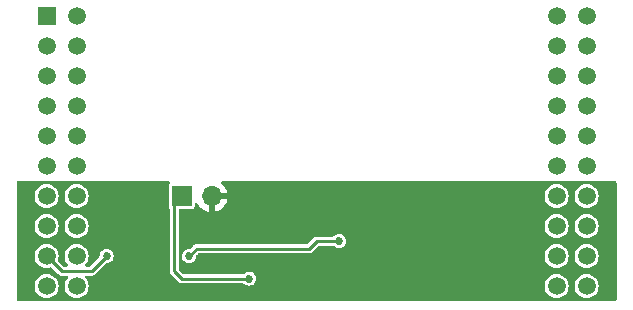
<source format=gbr>
%TF.GenerationSoftware,KiCad,Pcbnew,7.0.0*%
%TF.CreationDate,2023-03-21T20:03:06+00:00*%
%TF.ProjectId,SOIC-8_Breakout,534f4943-2d38-45f4-9272-65616b6f7574,1.0*%
%TF.SameCoordinates,Original*%
%TF.FileFunction,Copper,L2,Bot*%
%TF.FilePolarity,Positive*%
%FSLAX46Y46*%
G04 Gerber Fmt 4.6, Leading zero omitted, Abs format (unit mm)*
G04 Created by KiCad (PCBNEW 7.0.0) date 2023-03-21 20:03:06*
%MOMM*%
%LPD*%
G01*
G04 APERTURE LIST*
%TA.AperFunction,ComponentPad*%
%ADD10R,1.520000X1.520000*%
%TD*%
%TA.AperFunction,ComponentPad*%
%ADD11C,1.520000*%
%TD*%
%TA.AperFunction,ComponentPad*%
%ADD12R,1.700000X1.700000*%
%TD*%
%TA.AperFunction,ComponentPad*%
%ADD13O,1.700000X1.700000*%
%TD*%
%TA.AperFunction,ViaPad*%
%ADD14C,0.685800*%
%TD*%
%TA.AperFunction,Conductor*%
%ADD15C,0.254000*%
%TD*%
G04 APERTURE END LIST*
D10*
%TO.P,U2,J1_1,+3.3V*%
%TO.N,+3.3V*%
X72389999Y-44449999D03*
D11*
%TO.P,U2,J1_2,PB5*%
%TO.N,unconnected-(U2-PB5-PadJ1_2)*%
X72390000Y-46990000D03*
%TO.P,U2,J1_3,PB0*%
%TO.N,unconnected-(U2-PB0-PadJ1_3)*%
X72390000Y-49530000D03*
%TO.P,U2,J1_4,PB1*%
%TO.N,unconnected-(U2-PB1-PadJ1_4)*%
X72390000Y-52070000D03*
%TO.P,U2,J1_5,PE4*%
%TO.N,unconnected-(U2-PE4-PadJ1_5)*%
X72390000Y-54610000D03*
%TO.P,U2,J1_6,PE5*%
%TO.N,unconnected-(U2-PE5-PadJ1_6)*%
X72390000Y-57150000D03*
%TO.P,U2,J1_7,PB4*%
%TO.N,unconnected-(U2-PB4-PadJ1_7)*%
X72390000Y-59690000D03*
%TO.P,U2,J1_8,PA5*%
%TO.N,/MOSI*%
X72390000Y-62230000D03*
%TO.P,U2,J1_9,PA6*%
%TO.N,/WP#*%
X72390000Y-64770000D03*
%TO.P,U2,J1_10,PA7*%
%TO.N,/HLD#*%
X72390000Y-67310000D03*
%TO.P,U2,J2_1,GND*%
%TO.N,GND*%
X118110000Y-44450000D03*
%TO.P,U2,J3_1,+VBUS*%
%TO.N,unconnected-(U2-+VBUS-PadJ3_1)*%
X74930000Y-44450000D03*
%TO.P,U2,J4_1,PF2*%
%TO.N,unconnected-(U2-PF2-PadJ4_1)*%
X115570000Y-44450000D03*
%TO.P,U2,J2_2,PB2*%
%TO.N,unconnected-(U2-PB2-PadJ2_2)*%
X118110000Y-46990000D03*
%TO.P,U2,J3_2,GND*%
%TO.N,GND*%
X74930000Y-46990000D03*
%TO.P,U2,J4_2,PF3*%
%TO.N,unconnected-(U2-PF3-PadJ4_2)*%
X115570000Y-46990000D03*
%TO.P,U2,J2_3,PE0*%
%TO.N,unconnected-(U2-PE0-PadJ2_3)*%
X118110000Y-49530000D03*
%TO.P,U2,J3_3,PD0*%
%TO.N,unconnected-(U2-PD0-PadJ3_3)*%
X74930000Y-49530000D03*
%TO.P,U2,J4_3,PB3*%
%TO.N,unconnected-(U2-PB3-PadJ4_3)*%
X115570000Y-49530000D03*
%TO.P,U2,J2_4,PF0*%
%TO.N,unconnected-(U2-PF0-PadJ2_4)*%
X118110000Y-52070000D03*
%TO.P,U2,J3_4,PD1*%
%TO.N,unconnected-(U2-PD1-PadJ3_4)*%
X74930000Y-52070000D03*
%TO.P,U2,J4_4,PC4*%
%TO.N,unconnected-(U2-PC4-PadJ4_4)*%
X115570000Y-52070000D03*
%TO.P,U2,J2_5,~{TARGETRST}*%
%TO.N,unconnected-(U2-~{TARGETRST}-PadJ2_5)*%
X118110000Y-54610000D03*
%TO.P,U2,J3_5,PD2*%
%TO.N,unconnected-(U2-PD2-PadJ3_5)*%
X74930000Y-54610000D03*
%TO.P,U2,J4_5,PC5*%
%TO.N,unconnected-(U2-PC5-PadJ4_5)*%
X115570000Y-54610000D03*
%TO.P,U2,J2_6,PB7*%
%TO.N,unconnected-(U2-PB7-PadJ2_6)*%
X118110000Y-57150000D03*
%TO.P,U2,J3_6,PD3*%
%TO.N,unconnected-(U2-PD3-PadJ3_6)*%
X74930000Y-57150000D03*
%TO.P,U2,J4_6,PC6*%
%TO.N,unconnected-(U2-PC6-PadJ4_6)*%
X115570000Y-57150000D03*
%TO.P,U2,J2_7,PB6*%
%TO.N,unconnected-(U2-PB6-PadJ2_7)*%
X118110000Y-59690000D03*
%TO.P,U2,J3_7,PE1*%
%TO.N,unconnected-(U2-PE1-PadJ3_7)*%
X74930000Y-59690000D03*
%TO.P,U2,J4_7,PC7*%
%TO.N,unconnected-(U2-PC7-PadJ4_7)*%
X115570000Y-59690000D03*
%TO.P,U2,J2_8,PA4*%
%TO.N,/MISO*%
X118110000Y-62230000D03*
%TO.P,U2,J3_8,PE2*%
%TO.N,unconnected-(U2-PE2-PadJ3_8)*%
X74930000Y-62230000D03*
%TO.P,U2,J4_8,PD6*%
%TO.N,unconnected-(U2-PD6-PadJ4_8)*%
X115570000Y-62230000D03*
%TO.P,U2,J2_9,PA3*%
%TO.N,/CE#*%
X118110000Y-64770000D03*
%TO.P,U2,J3_9,PE3*%
%TO.N,unconnected-(U2-PE3-PadJ3_9)*%
X74930000Y-64770000D03*
%TO.P,U2,J4_9,PD7*%
%TO.N,unconnected-(U2-PD7-PadJ4_9)*%
X115570000Y-64770000D03*
%TO.P,U2,J2_10,PA2*%
%TO.N,/CLK*%
X118110000Y-67310000D03*
%TO.P,U2,J3_10,PF1*%
%TO.N,unconnected-(U2-PF1-PadJ3_10)*%
X74930000Y-67310000D03*
%TO.P,U2,J4_10,PF4*%
%TO.N,unconnected-(U2-PF4-PadJ4_10)*%
X115570000Y-67310000D03*
%TD*%
D12*
%TO.P,J1,1,Pin_1*%
%TO.N,+3.3V*%
X83819999Y-59689999D03*
D13*
%TO.P,J1,2,Pin_2*%
%TO.N,GND*%
X86359999Y-59689999D03*
%TD*%
D14*
%TO.N,GND*%
X103505000Y-63500000D03*
%TO.N,+3.3V*%
X89535000Y-66675000D03*
%TO.N,/WP#*%
X77470000Y-64770000D03*
%TO.N,Net-(U1-~{WP})*%
X97155000Y-63500000D03*
X84455000Y-64770000D03*
%TD*%
D15*
%TO.N,+3.3V*%
X83820000Y-66675000D02*
X83185000Y-66040000D01*
X89535000Y-66675000D02*
X83820000Y-66675000D01*
X83185000Y-60325000D02*
X83820000Y-59690000D01*
X83185000Y-66040000D02*
X83185000Y-60325000D01*
%TO.N,Net-(U1-~{WP})*%
X97155000Y-63500000D02*
X95250000Y-63500000D01*
X95250000Y-63500000D02*
X94615000Y-64135000D01*
X94615000Y-64135000D02*
X85090000Y-64135000D01*
X85090000Y-64135000D02*
X84455000Y-64770000D01*
%TO.N,/WP#*%
X77470000Y-64770000D02*
X76200000Y-66040000D01*
X76200000Y-66040000D02*
X73660000Y-66040000D01*
X73660000Y-66040000D02*
X72390000Y-64770000D01*
%TD*%
%TA.AperFunction,Conductor*%
%TO.N,GND*%
G36*
X82791555Y-58436311D02*
G01*
X82836694Y-58479711D01*
X82854870Y-58539632D01*
X82841450Y-58600796D01*
X82799857Y-58647601D01*
X82786516Y-58656516D01*
X82779733Y-58666666D01*
X82779731Y-58666669D01*
X82737050Y-58730545D01*
X82737048Y-58730548D01*
X82730266Y-58740699D01*
X82727883Y-58752674D01*
X82727883Y-58752677D01*
X82716689Y-58808952D01*
X82716688Y-58808958D01*
X82715500Y-58814933D01*
X82715500Y-58821024D01*
X82715500Y-58821028D01*
X82715500Y-60558976D01*
X82715500Y-60558986D01*
X82715501Y-60565066D01*
X82716687Y-60571030D01*
X82716688Y-60571037D01*
X82727883Y-60627324D01*
X82727884Y-60627327D01*
X82730266Y-60639301D01*
X82782604Y-60717629D01*
X82798160Y-60750521D01*
X82803500Y-60786517D01*
X82803500Y-65987572D01*
X82800861Y-66013018D01*
X82798555Y-66024017D01*
X82799825Y-66034206D01*
X82799825Y-66034211D01*
X82802548Y-66056050D01*
X82802879Y-66061387D01*
X82803076Y-66061371D01*
X82803500Y-66066491D01*
X82803500Y-66071611D01*
X82804341Y-66076656D01*
X82804342Y-66076659D01*
X82806979Y-66092461D01*
X82807716Y-66097525D01*
X82813032Y-66140166D01*
X82813033Y-66140172D01*
X82814304Y-66150360D01*
X82817852Y-66157618D01*
X82819182Y-66165586D01*
X82824071Y-66174620D01*
X82844511Y-66212390D01*
X82846856Y-66216947D01*
X82865709Y-66255512D01*
X82865711Y-66255515D01*
X82870224Y-66264746D01*
X82875934Y-66270456D01*
X82879780Y-66277562D01*
X82906279Y-66301956D01*
X82918942Y-66313613D01*
X82922640Y-66317162D01*
X83513166Y-66907689D01*
X83529293Y-66927548D01*
X83535440Y-66936956D01*
X83560908Y-66956778D01*
X83564923Y-66960324D01*
X83565052Y-66960173D01*
X83568960Y-66963483D01*
X83572591Y-66967114D01*
X83576766Y-66970095D01*
X83576770Y-66970098D01*
X83589813Y-66979410D01*
X83593924Y-66982475D01*
X83635915Y-67015158D01*
X83643557Y-67017781D01*
X83650131Y-67022475D01*
X83659980Y-67025407D01*
X83659982Y-67025408D01*
X83701123Y-67037656D01*
X83705998Y-67039217D01*
X83756339Y-67056500D01*
X83764417Y-67056500D01*
X83772159Y-67058805D01*
X83825331Y-67056606D01*
X83830456Y-67056500D01*
X89014496Y-67056500D01*
X89061949Y-67065939D01*
X89102177Y-67092819D01*
X89103981Y-67094623D01*
X89108929Y-67101071D01*
X89233722Y-67196828D01*
X89379047Y-67257023D01*
X89535000Y-67277555D01*
X89690953Y-67257023D01*
X89836278Y-67196828D01*
X89961071Y-67101071D01*
X90056828Y-66976278D01*
X90117023Y-66830953D01*
X90137555Y-66675000D01*
X90117023Y-66519047D01*
X90056828Y-66373723D01*
X89961071Y-66248929D01*
X89916386Y-66214641D01*
X89842728Y-66158121D01*
X89842725Y-66158119D01*
X89836278Y-66153172D01*
X89822256Y-66147364D01*
X89698467Y-66096089D01*
X89698464Y-66096088D01*
X89690953Y-66092977D01*
X89682893Y-66091915D01*
X89682890Y-66091915D01*
X89543059Y-66073506D01*
X89535000Y-66072445D01*
X89526941Y-66073506D01*
X89387107Y-66091915D01*
X89387100Y-66091916D01*
X89379047Y-66092977D01*
X89371537Y-66096087D01*
X89371536Y-66096088D01*
X89241230Y-66150062D01*
X89241226Y-66150063D01*
X89233723Y-66153172D01*
X89227278Y-66158116D01*
X89227275Y-66158119D01*
X89115375Y-66243982D01*
X89115371Y-66243985D01*
X89108929Y-66248929D01*
X89103982Y-66255374D01*
X89102177Y-66257181D01*
X89061949Y-66284061D01*
X89014496Y-66293500D01*
X84029385Y-66293500D01*
X83981932Y-66284061D01*
X83941704Y-66257181D01*
X83602819Y-65918296D01*
X83575939Y-65878068D01*
X83566500Y-65830615D01*
X83566500Y-64770000D01*
X83852445Y-64770000D01*
X83872977Y-64925953D01*
X83876088Y-64933464D01*
X83876089Y-64933467D01*
X83893170Y-64974704D01*
X83933172Y-65071278D01*
X84028929Y-65196071D01*
X84153722Y-65291828D01*
X84299047Y-65352023D01*
X84455000Y-65372555D01*
X84610953Y-65352023D01*
X84756278Y-65291828D01*
X84881071Y-65196071D01*
X84976828Y-65071278D01*
X85037023Y-64925953D01*
X85057555Y-64770000D01*
X114550591Y-64770000D01*
X114551188Y-64776061D01*
X114569581Y-64962812D01*
X114569582Y-64962818D01*
X114570179Y-64968877D01*
X114571946Y-64974702D01*
X114571947Y-64974707D01*
X114598963Y-65063765D01*
X114628189Y-65160111D01*
X114631058Y-65165479D01*
X114631060Y-65165483D01*
X114695947Y-65286878D01*
X114722392Y-65336353D01*
X114726258Y-65341064D01*
X114726259Y-65341065D01*
X114751231Y-65371494D01*
X114849169Y-65490831D01*
X115003647Y-65617608D01*
X115179889Y-65711811D01*
X115371123Y-65769821D01*
X115570000Y-65789409D01*
X115768877Y-65769821D01*
X115960111Y-65711811D01*
X116136353Y-65617608D01*
X116290831Y-65490831D01*
X116417608Y-65336353D01*
X116511811Y-65160111D01*
X116569821Y-64968877D01*
X116589409Y-64770000D01*
X117090591Y-64770000D01*
X117091188Y-64776061D01*
X117109581Y-64962812D01*
X117109582Y-64962818D01*
X117110179Y-64968877D01*
X117111946Y-64974702D01*
X117111947Y-64974707D01*
X117138963Y-65063765D01*
X117168189Y-65160111D01*
X117171058Y-65165479D01*
X117171060Y-65165483D01*
X117235947Y-65286878D01*
X117262392Y-65336353D01*
X117266258Y-65341064D01*
X117266259Y-65341065D01*
X117291231Y-65371494D01*
X117389169Y-65490831D01*
X117543647Y-65617608D01*
X117719889Y-65711811D01*
X117911123Y-65769821D01*
X118110000Y-65789409D01*
X118308877Y-65769821D01*
X118500111Y-65711811D01*
X118676353Y-65617608D01*
X118830831Y-65490831D01*
X118957608Y-65336353D01*
X119051811Y-65160111D01*
X119109821Y-64968877D01*
X119129409Y-64770000D01*
X119109821Y-64571123D01*
X119051811Y-64379889D01*
X118957608Y-64203647D01*
X118830831Y-64049169D01*
X118676353Y-63922392D01*
X118649643Y-63908115D01*
X118505483Y-63831060D01*
X118505479Y-63831058D01*
X118500111Y-63828189D01*
X118492684Y-63825936D01*
X118314707Y-63771947D01*
X118314702Y-63771946D01*
X118308877Y-63770179D01*
X118302818Y-63769582D01*
X118302812Y-63769581D01*
X118116061Y-63751188D01*
X118110000Y-63750591D01*
X118103939Y-63751188D01*
X117917187Y-63769581D01*
X117917179Y-63769582D01*
X117911123Y-63770179D01*
X117905299Y-63771945D01*
X117905292Y-63771947D01*
X117725716Y-63826421D01*
X117725712Y-63826422D01*
X117719889Y-63828189D01*
X117714523Y-63831056D01*
X117714516Y-63831060D01*
X117549023Y-63919518D01*
X117549019Y-63919520D01*
X117543647Y-63922392D01*
X117538939Y-63926255D01*
X117538934Y-63926259D01*
X117393875Y-64045306D01*
X117393870Y-64045310D01*
X117389169Y-64049169D01*
X117385310Y-64053870D01*
X117385306Y-64053875D01*
X117266259Y-64198934D01*
X117266255Y-64198939D01*
X117262392Y-64203647D01*
X117259520Y-64209019D01*
X117259518Y-64209023D01*
X117171060Y-64374516D01*
X117171056Y-64374523D01*
X117168189Y-64379889D01*
X117166422Y-64385712D01*
X117166421Y-64385716D01*
X117111947Y-64565292D01*
X117111945Y-64565299D01*
X117110179Y-64571123D01*
X117109582Y-64577179D01*
X117109581Y-64577187D01*
X117105951Y-64614047D01*
X117090591Y-64770000D01*
X116589409Y-64770000D01*
X116569821Y-64571123D01*
X116511811Y-64379889D01*
X116417608Y-64203647D01*
X116290831Y-64049169D01*
X116136353Y-63922392D01*
X116109643Y-63908115D01*
X115965483Y-63831060D01*
X115965479Y-63831058D01*
X115960111Y-63828189D01*
X115952684Y-63825936D01*
X115774707Y-63771947D01*
X115774702Y-63771946D01*
X115768877Y-63770179D01*
X115762818Y-63769582D01*
X115762812Y-63769581D01*
X115576061Y-63751188D01*
X115570000Y-63750591D01*
X115563939Y-63751188D01*
X115377187Y-63769581D01*
X115377179Y-63769582D01*
X115371123Y-63770179D01*
X115365299Y-63771945D01*
X115365292Y-63771947D01*
X115185716Y-63826421D01*
X115185712Y-63826422D01*
X115179889Y-63828189D01*
X115174523Y-63831056D01*
X115174516Y-63831060D01*
X115009023Y-63919518D01*
X115009019Y-63919520D01*
X115003647Y-63922392D01*
X114998939Y-63926255D01*
X114998934Y-63926259D01*
X114853875Y-64045306D01*
X114853870Y-64045310D01*
X114849169Y-64049169D01*
X114845310Y-64053870D01*
X114845306Y-64053875D01*
X114726259Y-64198934D01*
X114726255Y-64198939D01*
X114722392Y-64203647D01*
X114719520Y-64209019D01*
X114719518Y-64209023D01*
X114631060Y-64374516D01*
X114631056Y-64374523D01*
X114628189Y-64379889D01*
X114626422Y-64385712D01*
X114626421Y-64385716D01*
X114571947Y-64565292D01*
X114571945Y-64565299D01*
X114570179Y-64571123D01*
X114569582Y-64577179D01*
X114569581Y-64577187D01*
X114565951Y-64614047D01*
X114550591Y-64770000D01*
X85057555Y-64770000D01*
X85056494Y-64761941D01*
X85056494Y-64759390D01*
X85065933Y-64711937D01*
X85092813Y-64671708D01*
X85211705Y-64552818D01*
X85251934Y-64525939D01*
X85299386Y-64516500D01*
X94562572Y-64516500D01*
X94588018Y-64519138D01*
X94599017Y-64521445D01*
X94631049Y-64517452D01*
X94636383Y-64517120D01*
X94636367Y-64516924D01*
X94641481Y-64516500D01*
X94646611Y-64516500D01*
X94667534Y-64513008D01*
X94672503Y-64512284D01*
X94725360Y-64505696D01*
X94732618Y-64502147D01*
X94740586Y-64500818D01*
X94787399Y-64475483D01*
X94791922Y-64473154D01*
X94839746Y-64449776D01*
X94845456Y-64444065D01*
X94852562Y-64440220D01*
X94888615Y-64401054D01*
X94892115Y-64397405D01*
X95371706Y-63917816D01*
X95411932Y-63890939D01*
X95459385Y-63881500D01*
X96634496Y-63881500D01*
X96681949Y-63890939D01*
X96722177Y-63917819D01*
X96723981Y-63919623D01*
X96728929Y-63926071D01*
X96853722Y-64021828D01*
X96999047Y-64082023D01*
X97155000Y-64102555D01*
X97310953Y-64082023D01*
X97456278Y-64021828D01*
X97581071Y-63926071D01*
X97676828Y-63801278D01*
X97737023Y-63655953D01*
X97757555Y-63500000D01*
X97737023Y-63344047D01*
X97676828Y-63198723D01*
X97581071Y-63073929D01*
X97456278Y-62978172D01*
X97448765Y-62975060D01*
X97318467Y-62921089D01*
X97318464Y-62921088D01*
X97310953Y-62917977D01*
X97302893Y-62916915D01*
X97302890Y-62916915D01*
X97163059Y-62898506D01*
X97155000Y-62897445D01*
X97146941Y-62898506D01*
X97007107Y-62916915D01*
X97007100Y-62916916D01*
X96999047Y-62917977D01*
X96991537Y-62921087D01*
X96991536Y-62921088D01*
X96861230Y-62975062D01*
X96861226Y-62975063D01*
X96853723Y-62978172D01*
X96847278Y-62983116D01*
X96847275Y-62983119D01*
X96735375Y-63068982D01*
X96735371Y-63068985D01*
X96728929Y-63073929D01*
X96723982Y-63080374D01*
X96722177Y-63082181D01*
X96681949Y-63109061D01*
X96634496Y-63118500D01*
X95302429Y-63118500D01*
X95276982Y-63115861D01*
X95265984Y-63113555D01*
X95255793Y-63114825D01*
X95255789Y-63114825D01*
X95233950Y-63117548D01*
X95228611Y-63117879D01*
X95228628Y-63118077D01*
X95223520Y-63118500D01*
X95218389Y-63118500D01*
X95213335Y-63119343D01*
X95213327Y-63119344D01*
X95197520Y-63121982D01*
X95192455Y-63122720D01*
X95149827Y-63128034D01*
X95149826Y-63128034D01*
X95139640Y-63129304D01*
X95132381Y-63132852D01*
X95124414Y-63134182D01*
X95115380Y-63139070D01*
X95115379Y-63139071D01*
X95077626Y-63159501D01*
X95073075Y-63161843D01*
X95034479Y-63180712D01*
X95034474Y-63180715D01*
X95025254Y-63185223D01*
X95019540Y-63190936D01*
X95012438Y-63194780D01*
X95005485Y-63202332D01*
X95005482Y-63202335D01*
X94976395Y-63233931D01*
X94972848Y-63237627D01*
X94493296Y-63717181D01*
X94453068Y-63744061D01*
X94405615Y-63753500D01*
X85142429Y-63753500D01*
X85116982Y-63750861D01*
X85105984Y-63748555D01*
X85095793Y-63749825D01*
X85095789Y-63749825D01*
X85073950Y-63752548D01*
X85068611Y-63752879D01*
X85068628Y-63753077D01*
X85063520Y-63753500D01*
X85058389Y-63753500D01*
X85053335Y-63754343D01*
X85053327Y-63754344D01*
X85037520Y-63756982D01*
X85032455Y-63757720D01*
X84989827Y-63763034D01*
X84989826Y-63763034D01*
X84979640Y-63764304D01*
X84972381Y-63767852D01*
X84964414Y-63769182D01*
X84955380Y-63774070D01*
X84955379Y-63774071D01*
X84917626Y-63794501D01*
X84913075Y-63796843D01*
X84874479Y-63815712D01*
X84874474Y-63815715D01*
X84865254Y-63820223D01*
X84859540Y-63825936D01*
X84852438Y-63829780D01*
X84845485Y-63837332D01*
X84845482Y-63837335D01*
X84816395Y-63868931D01*
X84812848Y-63872627D01*
X84553289Y-64132187D01*
X84513061Y-64159067D01*
X84465608Y-64168506D01*
X84463059Y-64168506D01*
X84455000Y-64167445D01*
X84446941Y-64168506D01*
X84307107Y-64186915D01*
X84307100Y-64186916D01*
X84299047Y-64187977D01*
X84291537Y-64191087D01*
X84291536Y-64191088D01*
X84161230Y-64245062D01*
X84161226Y-64245063D01*
X84153723Y-64248172D01*
X84147278Y-64253116D01*
X84147275Y-64253119D01*
X84035375Y-64338982D01*
X84035371Y-64338985D01*
X84028929Y-64343929D01*
X84023985Y-64350371D01*
X84023982Y-64350375D01*
X83938119Y-64462275D01*
X83938116Y-64462278D01*
X83933172Y-64468723D01*
X83930063Y-64476226D01*
X83930062Y-64476230D01*
X83888245Y-64577187D01*
X83872977Y-64614047D01*
X83871916Y-64622100D01*
X83871915Y-64622107D01*
X83860089Y-64711937D01*
X83852445Y-64770000D01*
X83566500Y-64770000D01*
X83566500Y-62230000D01*
X114550591Y-62230000D01*
X114551188Y-62236061D01*
X114569581Y-62422812D01*
X114569582Y-62422818D01*
X114570179Y-62428877D01*
X114571946Y-62434702D01*
X114571947Y-62434707D01*
X114626421Y-62614283D01*
X114628189Y-62620111D01*
X114722392Y-62796353D01*
X114726258Y-62801064D01*
X114726259Y-62801065D01*
X114824759Y-62921088D01*
X114849169Y-62950831D01*
X115003647Y-63077608D01*
X115179889Y-63171811D01*
X115371123Y-63229821D01*
X115570000Y-63249409D01*
X115768877Y-63229821D01*
X115960111Y-63171811D01*
X116136353Y-63077608D01*
X116290831Y-62950831D01*
X116417608Y-62796353D01*
X116511811Y-62620111D01*
X116569821Y-62428877D01*
X116589409Y-62230000D01*
X117090591Y-62230000D01*
X117091188Y-62236061D01*
X117109581Y-62422812D01*
X117109582Y-62422818D01*
X117110179Y-62428877D01*
X117111946Y-62434702D01*
X117111947Y-62434707D01*
X117166421Y-62614283D01*
X117168189Y-62620111D01*
X117262392Y-62796353D01*
X117266258Y-62801064D01*
X117266259Y-62801065D01*
X117364759Y-62921088D01*
X117389169Y-62950831D01*
X117543647Y-63077608D01*
X117719889Y-63171811D01*
X117911123Y-63229821D01*
X118110000Y-63249409D01*
X118308877Y-63229821D01*
X118500111Y-63171811D01*
X118676353Y-63077608D01*
X118830831Y-62950831D01*
X118957608Y-62796353D01*
X119051811Y-62620111D01*
X119109821Y-62428877D01*
X119129409Y-62230000D01*
X119109821Y-62031123D01*
X119051811Y-61839889D01*
X118957608Y-61663647D01*
X118830831Y-61509169D01*
X118676353Y-61382392D01*
X118649643Y-61368115D01*
X118505483Y-61291060D01*
X118505479Y-61291058D01*
X118500111Y-61288189D01*
X118494283Y-61286421D01*
X118314707Y-61231947D01*
X118314702Y-61231946D01*
X118308877Y-61230179D01*
X118302818Y-61229582D01*
X118302812Y-61229581D01*
X118116061Y-61211188D01*
X118110000Y-61210591D01*
X118103939Y-61211188D01*
X117917187Y-61229581D01*
X117917179Y-61229582D01*
X117911123Y-61230179D01*
X117905299Y-61231945D01*
X117905292Y-61231947D01*
X117725716Y-61286421D01*
X117725712Y-61286422D01*
X117719889Y-61288189D01*
X117714523Y-61291056D01*
X117714516Y-61291060D01*
X117549023Y-61379518D01*
X117549019Y-61379520D01*
X117543647Y-61382392D01*
X117538939Y-61386255D01*
X117538934Y-61386259D01*
X117393875Y-61505306D01*
X117393870Y-61505310D01*
X117389169Y-61509169D01*
X117385310Y-61513870D01*
X117385306Y-61513875D01*
X117266259Y-61658934D01*
X117266255Y-61658939D01*
X117262392Y-61663647D01*
X117259520Y-61669019D01*
X117259518Y-61669023D01*
X117171060Y-61834516D01*
X117171056Y-61834523D01*
X117168189Y-61839889D01*
X117166422Y-61845712D01*
X117166421Y-61845716D01*
X117111947Y-62025292D01*
X117111945Y-62025299D01*
X117110179Y-62031123D01*
X117109582Y-62037179D01*
X117109581Y-62037187D01*
X117091990Y-62215787D01*
X117090591Y-62230000D01*
X116589409Y-62230000D01*
X116569821Y-62031123D01*
X116511811Y-61839889D01*
X116417608Y-61663647D01*
X116290831Y-61509169D01*
X116136353Y-61382392D01*
X116109643Y-61368115D01*
X115965483Y-61291060D01*
X115965479Y-61291058D01*
X115960111Y-61288189D01*
X115954283Y-61286421D01*
X115774707Y-61231947D01*
X115774702Y-61231946D01*
X115768877Y-61230179D01*
X115762818Y-61229582D01*
X115762812Y-61229581D01*
X115576061Y-61211188D01*
X115570000Y-61210591D01*
X115563939Y-61211188D01*
X115377187Y-61229581D01*
X115377179Y-61229582D01*
X115371123Y-61230179D01*
X115365299Y-61231945D01*
X115365292Y-61231947D01*
X115185716Y-61286421D01*
X115185712Y-61286422D01*
X115179889Y-61288189D01*
X115174523Y-61291056D01*
X115174516Y-61291060D01*
X115009023Y-61379518D01*
X115009019Y-61379520D01*
X115003647Y-61382392D01*
X114998939Y-61386255D01*
X114998934Y-61386259D01*
X114853875Y-61505306D01*
X114853870Y-61505310D01*
X114849169Y-61509169D01*
X114845310Y-61513870D01*
X114845306Y-61513875D01*
X114726259Y-61658934D01*
X114726255Y-61658939D01*
X114722392Y-61663647D01*
X114719520Y-61669019D01*
X114719518Y-61669023D01*
X114631060Y-61834516D01*
X114631056Y-61834523D01*
X114628189Y-61839889D01*
X114626422Y-61845712D01*
X114626421Y-61845716D01*
X114571947Y-62025292D01*
X114571945Y-62025299D01*
X114570179Y-62031123D01*
X114569582Y-62037179D01*
X114569581Y-62037187D01*
X114551990Y-62215787D01*
X114550591Y-62230000D01*
X83566500Y-62230000D01*
X83566500Y-60918500D01*
X83583113Y-60856500D01*
X83628500Y-60811113D01*
X83690500Y-60794500D01*
X84642233Y-60794499D01*
X84695066Y-60794499D01*
X84769301Y-60779734D01*
X84853484Y-60723484D01*
X84909734Y-60639301D01*
X84924500Y-60565067D01*
X84924499Y-60365257D01*
X84942210Y-60301396D01*
X84990284Y-60255775D01*
X85054988Y-60241430D01*
X85117838Y-60262459D01*
X85160881Y-60312854D01*
X85184115Y-60362679D01*
X85189501Y-60372008D01*
X85318784Y-60556643D01*
X85325721Y-60564909D01*
X85485090Y-60724278D01*
X85493356Y-60731215D01*
X85677991Y-60860498D01*
X85687323Y-60865886D01*
X85891602Y-60961143D01*
X85901736Y-60964831D01*
X86096219Y-61016943D01*
X86107448Y-61017311D01*
X86110000Y-61006369D01*
X86610000Y-61006369D01*
X86612551Y-61017311D01*
X86623780Y-61016943D01*
X86818263Y-60964831D01*
X86828397Y-60961143D01*
X87032676Y-60865886D01*
X87042008Y-60860498D01*
X87226643Y-60731215D01*
X87234909Y-60724278D01*
X87394278Y-60564909D01*
X87401215Y-60556643D01*
X87530498Y-60372008D01*
X87535886Y-60362676D01*
X87631143Y-60158397D01*
X87634831Y-60148263D01*
X87686943Y-59953780D01*
X87687311Y-59942551D01*
X87676369Y-59940000D01*
X86626326Y-59940000D01*
X86613450Y-59943450D01*
X86610000Y-59956326D01*
X86610000Y-61006369D01*
X86110000Y-61006369D01*
X86110000Y-59690000D01*
X114550591Y-59690000D01*
X114551188Y-59696061D01*
X114569581Y-59882812D01*
X114569582Y-59882818D01*
X114570179Y-59888877D01*
X114571946Y-59894702D01*
X114571947Y-59894707D01*
X114586733Y-59943450D01*
X114628189Y-60080111D01*
X114631058Y-60085479D01*
X114631060Y-60085483D01*
X114708115Y-60229643D01*
X114722392Y-60256353D01*
X114849169Y-60410831D01*
X115003647Y-60537608D01*
X115179889Y-60631811D01*
X115371123Y-60689821D01*
X115570000Y-60709409D01*
X115768877Y-60689821D01*
X115960111Y-60631811D01*
X116136353Y-60537608D01*
X116290831Y-60410831D01*
X116417608Y-60256353D01*
X116511811Y-60080111D01*
X116569821Y-59888877D01*
X116589409Y-59690000D01*
X117090591Y-59690000D01*
X117091188Y-59696061D01*
X117109581Y-59882812D01*
X117109582Y-59882818D01*
X117110179Y-59888877D01*
X117111946Y-59894702D01*
X117111947Y-59894707D01*
X117126733Y-59943450D01*
X117168189Y-60080111D01*
X117171058Y-60085479D01*
X117171060Y-60085483D01*
X117248115Y-60229643D01*
X117262392Y-60256353D01*
X117389169Y-60410831D01*
X117543647Y-60537608D01*
X117719889Y-60631811D01*
X117911123Y-60689821D01*
X118110000Y-60709409D01*
X118308877Y-60689821D01*
X118500111Y-60631811D01*
X118676353Y-60537608D01*
X118830831Y-60410831D01*
X118957608Y-60256353D01*
X119051811Y-60080111D01*
X119109821Y-59888877D01*
X119129409Y-59690000D01*
X119109821Y-59491123D01*
X119051811Y-59299889D01*
X118957608Y-59123647D01*
X118830831Y-58969169D01*
X118676353Y-58842392D01*
X118613791Y-58808952D01*
X118505483Y-58751060D01*
X118505479Y-58751058D01*
X118500111Y-58748189D01*
X118475420Y-58740699D01*
X118314707Y-58691947D01*
X118314702Y-58691946D01*
X118308877Y-58690179D01*
X118302818Y-58689582D01*
X118302812Y-58689581D01*
X118116061Y-58671188D01*
X118110000Y-58670591D01*
X118103939Y-58671188D01*
X117917187Y-58689581D01*
X117917179Y-58689582D01*
X117911123Y-58690179D01*
X117905299Y-58691945D01*
X117905292Y-58691947D01*
X117725716Y-58746421D01*
X117725712Y-58746422D01*
X117719889Y-58748189D01*
X117714523Y-58751056D01*
X117714516Y-58751060D01*
X117549023Y-58839518D01*
X117549019Y-58839520D01*
X117543647Y-58842392D01*
X117538939Y-58846255D01*
X117538934Y-58846259D01*
X117393875Y-58965306D01*
X117393870Y-58965310D01*
X117389169Y-58969169D01*
X117385310Y-58973870D01*
X117385306Y-58973875D01*
X117266259Y-59118934D01*
X117266255Y-59118939D01*
X117262392Y-59123647D01*
X117259520Y-59129019D01*
X117259518Y-59129023D01*
X117171060Y-59294516D01*
X117171056Y-59294523D01*
X117168189Y-59299889D01*
X117166422Y-59305712D01*
X117166421Y-59305716D01*
X117111947Y-59485292D01*
X117111945Y-59485299D01*
X117110179Y-59491123D01*
X117109582Y-59497179D01*
X117109581Y-59497187D01*
X117103001Y-59564000D01*
X117090591Y-59690000D01*
X116589409Y-59690000D01*
X116569821Y-59491123D01*
X116511811Y-59299889D01*
X116417608Y-59123647D01*
X116290831Y-58969169D01*
X116136353Y-58842392D01*
X116073791Y-58808952D01*
X115965483Y-58751060D01*
X115965479Y-58751058D01*
X115960111Y-58748189D01*
X115935420Y-58740699D01*
X115774707Y-58691947D01*
X115774702Y-58691946D01*
X115768877Y-58690179D01*
X115762818Y-58689582D01*
X115762812Y-58689581D01*
X115576061Y-58671188D01*
X115570000Y-58670591D01*
X115563939Y-58671188D01*
X115377187Y-58689581D01*
X115377179Y-58689582D01*
X115371123Y-58690179D01*
X115365299Y-58691945D01*
X115365292Y-58691947D01*
X115185716Y-58746421D01*
X115185712Y-58746422D01*
X115179889Y-58748189D01*
X115174523Y-58751056D01*
X115174516Y-58751060D01*
X115009023Y-58839518D01*
X115009019Y-58839520D01*
X115003647Y-58842392D01*
X114998939Y-58846255D01*
X114998934Y-58846259D01*
X114853875Y-58965306D01*
X114853870Y-58965310D01*
X114849169Y-58969169D01*
X114845310Y-58973870D01*
X114845306Y-58973875D01*
X114726259Y-59118934D01*
X114726255Y-59118939D01*
X114722392Y-59123647D01*
X114719520Y-59129019D01*
X114719518Y-59129023D01*
X114631060Y-59294516D01*
X114631056Y-59294523D01*
X114628189Y-59299889D01*
X114626422Y-59305712D01*
X114626421Y-59305716D01*
X114571947Y-59485292D01*
X114571945Y-59485299D01*
X114570179Y-59491123D01*
X114569582Y-59497179D01*
X114569581Y-59497187D01*
X114563001Y-59564000D01*
X114550591Y-59690000D01*
X86110000Y-59690000D01*
X86110000Y-59564000D01*
X86126613Y-59502000D01*
X86172000Y-59456613D01*
X86234000Y-59440000D01*
X87676369Y-59440000D01*
X87687311Y-59437448D01*
X87686943Y-59426219D01*
X87634831Y-59231736D01*
X87631143Y-59221602D01*
X87535889Y-59017332D01*
X87530491Y-59007982D01*
X87401215Y-58823357D01*
X87394280Y-58815092D01*
X87234909Y-58655721D01*
X87226641Y-58648783D01*
X87222775Y-58646076D01*
X87182447Y-58598860D01*
X87170067Y-58538012D01*
X87188739Y-58478791D01*
X87233780Y-58436047D01*
X87293897Y-58420500D01*
X120525500Y-58420500D01*
X120587500Y-58437113D01*
X120632887Y-58482500D01*
X120649500Y-58544500D01*
X120649500Y-68455500D01*
X120632887Y-68517500D01*
X120587500Y-68562887D01*
X120525500Y-68579500D01*
X69974500Y-68579500D01*
X69912500Y-68562887D01*
X69867113Y-68517500D01*
X69850500Y-68455500D01*
X69850500Y-67310000D01*
X71370591Y-67310000D01*
X71371188Y-67316061D01*
X71389581Y-67502812D01*
X71389582Y-67502818D01*
X71390179Y-67508877D01*
X71391946Y-67514702D01*
X71391947Y-67514707D01*
X71446421Y-67694283D01*
X71448189Y-67700111D01*
X71542392Y-67876353D01*
X71669169Y-68030831D01*
X71823647Y-68157608D01*
X71999889Y-68251811D01*
X72191123Y-68309821D01*
X72390000Y-68329409D01*
X72588877Y-68309821D01*
X72780111Y-68251811D01*
X72956353Y-68157608D01*
X73110831Y-68030831D01*
X73237608Y-67876353D01*
X73331811Y-67700111D01*
X73389821Y-67508877D01*
X73409409Y-67310000D01*
X73389821Y-67111123D01*
X73331811Y-66919889D01*
X73237608Y-66743647D01*
X73110831Y-66589169D01*
X72956353Y-66462392D01*
X72885155Y-66424336D01*
X72785483Y-66371060D01*
X72785479Y-66371058D01*
X72780111Y-66368189D01*
X72750772Y-66359289D01*
X72594707Y-66311947D01*
X72594702Y-66311946D01*
X72588877Y-66310179D01*
X72582818Y-66309582D01*
X72582812Y-66309581D01*
X72396061Y-66291188D01*
X72390000Y-66290591D01*
X72383939Y-66291188D01*
X72197187Y-66309581D01*
X72197179Y-66309582D01*
X72191123Y-66310179D01*
X72185299Y-66311945D01*
X72185292Y-66311947D01*
X72005716Y-66366421D01*
X72005712Y-66366422D01*
X71999889Y-66368189D01*
X71994523Y-66371056D01*
X71994516Y-66371060D01*
X71829023Y-66459518D01*
X71829019Y-66459520D01*
X71823647Y-66462392D01*
X71818939Y-66466255D01*
X71818934Y-66466259D01*
X71673875Y-66585306D01*
X71673870Y-66585310D01*
X71669169Y-66589169D01*
X71665310Y-66593870D01*
X71665306Y-66593875D01*
X71546259Y-66738934D01*
X71546255Y-66738939D01*
X71542392Y-66743647D01*
X71539520Y-66749019D01*
X71539518Y-66749023D01*
X71451060Y-66914516D01*
X71451056Y-66914523D01*
X71448189Y-66919889D01*
X71446422Y-66925712D01*
X71446421Y-66925716D01*
X71391947Y-67105292D01*
X71391945Y-67105299D01*
X71390179Y-67111123D01*
X71389582Y-67117179D01*
X71389581Y-67117187D01*
X71381431Y-67199939D01*
X71370591Y-67310000D01*
X69850500Y-67310000D01*
X69850500Y-64770000D01*
X71370591Y-64770000D01*
X71371188Y-64776061D01*
X71389581Y-64962812D01*
X71389582Y-64962818D01*
X71390179Y-64968877D01*
X71391946Y-64974702D01*
X71391947Y-64974707D01*
X71418963Y-65063765D01*
X71448189Y-65160111D01*
X71451058Y-65165479D01*
X71451060Y-65165483D01*
X71515947Y-65286878D01*
X71542392Y-65336353D01*
X71546258Y-65341064D01*
X71546259Y-65341065D01*
X71571231Y-65371494D01*
X71669169Y-65490831D01*
X71823647Y-65617608D01*
X71999889Y-65711811D01*
X72191123Y-65769821D01*
X72390000Y-65789409D01*
X72588877Y-65769821D01*
X72718333Y-65730550D01*
X72784458Y-65728928D01*
X72842009Y-65761531D01*
X73353162Y-66272684D01*
X73369289Y-66292542D01*
X73369819Y-66293353D01*
X73375440Y-66301956D01*
X73383546Y-66308265D01*
X73383547Y-66308266D01*
X73400918Y-66321786D01*
X73404922Y-66325322D01*
X73405051Y-66325171D01*
X73408957Y-66328479D01*
X73412591Y-66332113D01*
X73429810Y-66344406D01*
X73433893Y-66347451D01*
X73443509Y-66354935D01*
X73467802Y-66373844D01*
X73467804Y-66373845D01*
X73475915Y-66380158D01*
X73483555Y-66382781D01*
X73490130Y-66387475D01*
X73519451Y-66396204D01*
X73541116Y-66402654D01*
X73545999Y-66404218D01*
X73573244Y-66413571D01*
X73596339Y-66421500D01*
X73604416Y-66421500D01*
X73612158Y-66423805D01*
X73665321Y-66421605D01*
X73670446Y-66421500D01*
X74084595Y-66421500D01*
X74150935Y-66440738D01*
X74196690Y-66492483D01*
X74207662Y-66560679D01*
X74180448Y-66624165D01*
X74086259Y-66738934D01*
X74086255Y-66738939D01*
X74082392Y-66743647D01*
X74079520Y-66749019D01*
X74079518Y-66749023D01*
X73991060Y-66914516D01*
X73991056Y-66914523D01*
X73988189Y-66919889D01*
X73986422Y-66925712D01*
X73986421Y-66925716D01*
X73931947Y-67105292D01*
X73931945Y-67105299D01*
X73930179Y-67111123D01*
X73929582Y-67117179D01*
X73929581Y-67117187D01*
X73921431Y-67199939D01*
X73910591Y-67310000D01*
X73911188Y-67316061D01*
X73929581Y-67502812D01*
X73929582Y-67502818D01*
X73930179Y-67508877D01*
X73931946Y-67514702D01*
X73931947Y-67514707D01*
X73986421Y-67694283D01*
X73988189Y-67700111D01*
X74082392Y-67876353D01*
X74209169Y-68030831D01*
X74363647Y-68157608D01*
X74539889Y-68251811D01*
X74731123Y-68309821D01*
X74930000Y-68329409D01*
X75128877Y-68309821D01*
X75320111Y-68251811D01*
X75496353Y-68157608D01*
X75650831Y-68030831D01*
X75777608Y-67876353D01*
X75871811Y-67700111D01*
X75929821Y-67508877D01*
X75949409Y-67310000D01*
X114550591Y-67310000D01*
X114551188Y-67316061D01*
X114569581Y-67502812D01*
X114569582Y-67502818D01*
X114570179Y-67508877D01*
X114571946Y-67514702D01*
X114571947Y-67514707D01*
X114626421Y-67694283D01*
X114628189Y-67700111D01*
X114722392Y-67876353D01*
X114849169Y-68030831D01*
X115003647Y-68157608D01*
X115179889Y-68251811D01*
X115371123Y-68309821D01*
X115570000Y-68329409D01*
X115768877Y-68309821D01*
X115960111Y-68251811D01*
X116136353Y-68157608D01*
X116290831Y-68030831D01*
X116417608Y-67876353D01*
X116511811Y-67700111D01*
X116569821Y-67508877D01*
X116589409Y-67310000D01*
X117090591Y-67310000D01*
X117091188Y-67316061D01*
X117109581Y-67502812D01*
X117109582Y-67502818D01*
X117110179Y-67508877D01*
X117111946Y-67514702D01*
X117111947Y-67514707D01*
X117166421Y-67694283D01*
X117168189Y-67700111D01*
X117262392Y-67876353D01*
X117389169Y-68030831D01*
X117543647Y-68157608D01*
X117719889Y-68251811D01*
X117911123Y-68309821D01*
X118110000Y-68329409D01*
X118308877Y-68309821D01*
X118500111Y-68251811D01*
X118676353Y-68157608D01*
X118830831Y-68030831D01*
X118957608Y-67876353D01*
X119051811Y-67700111D01*
X119109821Y-67508877D01*
X119129409Y-67310000D01*
X119109821Y-67111123D01*
X119051811Y-66919889D01*
X118957608Y-66743647D01*
X118830831Y-66589169D01*
X118676353Y-66462392D01*
X118605155Y-66424336D01*
X118505483Y-66371060D01*
X118505479Y-66371058D01*
X118500111Y-66368189D01*
X118470772Y-66359289D01*
X118314707Y-66311947D01*
X118314702Y-66311946D01*
X118308877Y-66310179D01*
X118302818Y-66309582D01*
X118302812Y-66309581D01*
X118116061Y-66291188D01*
X118110000Y-66290591D01*
X118103939Y-66291188D01*
X117917187Y-66309581D01*
X117917179Y-66309582D01*
X117911123Y-66310179D01*
X117905299Y-66311945D01*
X117905292Y-66311947D01*
X117725716Y-66366421D01*
X117725712Y-66366422D01*
X117719889Y-66368189D01*
X117714523Y-66371056D01*
X117714516Y-66371060D01*
X117549023Y-66459518D01*
X117549019Y-66459520D01*
X117543647Y-66462392D01*
X117538939Y-66466255D01*
X117538934Y-66466259D01*
X117393875Y-66585306D01*
X117393870Y-66585310D01*
X117389169Y-66589169D01*
X117385310Y-66593870D01*
X117385306Y-66593875D01*
X117266259Y-66738934D01*
X117266255Y-66738939D01*
X117262392Y-66743647D01*
X117259520Y-66749019D01*
X117259518Y-66749023D01*
X117171060Y-66914516D01*
X117171056Y-66914523D01*
X117168189Y-66919889D01*
X117166422Y-66925712D01*
X117166421Y-66925716D01*
X117111947Y-67105292D01*
X117111945Y-67105299D01*
X117110179Y-67111123D01*
X117109582Y-67117179D01*
X117109581Y-67117187D01*
X117101431Y-67199939D01*
X117090591Y-67310000D01*
X116589409Y-67310000D01*
X116569821Y-67111123D01*
X116511811Y-66919889D01*
X116417608Y-66743647D01*
X116290831Y-66589169D01*
X116136353Y-66462392D01*
X116065155Y-66424336D01*
X115965483Y-66371060D01*
X115965479Y-66371058D01*
X115960111Y-66368189D01*
X115930772Y-66359289D01*
X115774707Y-66311947D01*
X115774702Y-66311946D01*
X115768877Y-66310179D01*
X115762818Y-66309582D01*
X115762812Y-66309581D01*
X115576061Y-66291188D01*
X115570000Y-66290591D01*
X115563939Y-66291188D01*
X115377187Y-66309581D01*
X115377179Y-66309582D01*
X115371123Y-66310179D01*
X115365299Y-66311945D01*
X115365292Y-66311947D01*
X115185716Y-66366421D01*
X115185712Y-66366422D01*
X115179889Y-66368189D01*
X115174523Y-66371056D01*
X115174516Y-66371060D01*
X115009023Y-66459518D01*
X115009019Y-66459520D01*
X115003647Y-66462392D01*
X114998939Y-66466255D01*
X114998934Y-66466259D01*
X114853875Y-66585306D01*
X114853870Y-66585310D01*
X114849169Y-66589169D01*
X114845310Y-66593870D01*
X114845306Y-66593875D01*
X114726259Y-66738934D01*
X114726255Y-66738939D01*
X114722392Y-66743647D01*
X114719520Y-66749019D01*
X114719518Y-66749023D01*
X114631060Y-66914516D01*
X114631056Y-66914523D01*
X114628189Y-66919889D01*
X114626422Y-66925712D01*
X114626421Y-66925716D01*
X114571947Y-67105292D01*
X114571945Y-67105299D01*
X114570179Y-67111123D01*
X114569582Y-67117179D01*
X114569581Y-67117187D01*
X114561431Y-67199939D01*
X114550591Y-67310000D01*
X75949409Y-67310000D01*
X75929821Y-67111123D01*
X75871811Y-66919889D01*
X75777608Y-66743647D01*
X75679552Y-66624165D01*
X75652338Y-66560679D01*
X75663310Y-66492483D01*
X75709065Y-66440738D01*
X75775405Y-66421500D01*
X76147572Y-66421500D01*
X76173018Y-66424138D01*
X76184017Y-66426445D01*
X76216049Y-66422452D01*
X76221383Y-66422120D01*
X76221367Y-66421924D01*
X76226481Y-66421500D01*
X76231611Y-66421500D01*
X76252534Y-66418008D01*
X76257503Y-66417284D01*
X76310360Y-66410696D01*
X76317618Y-66407147D01*
X76325586Y-66405818D01*
X76372399Y-66380483D01*
X76376922Y-66378154D01*
X76424746Y-66354776D01*
X76430456Y-66349065D01*
X76437562Y-66345220D01*
X76473616Y-66306053D01*
X76477140Y-66302380D01*
X77371708Y-65407813D01*
X77411936Y-65380933D01*
X77459389Y-65371494D01*
X77461942Y-65371494D01*
X77470000Y-65372555D01*
X77625953Y-65352023D01*
X77771278Y-65291828D01*
X77896071Y-65196071D01*
X77991828Y-65071278D01*
X78052023Y-64925953D01*
X78072555Y-64770000D01*
X78052023Y-64614047D01*
X77991828Y-64468723D01*
X77896071Y-64343929D01*
X77771278Y-64248172D01*
X77763765Y-64245060D01*
X77633467Y-64191089D01*
X77633464Y-64191088D01*
X77625953Y-64187977D01*
X77617893Y-64186915D01*
X77617890Y-64186915D01*
X77478059Y-64168506D01*
X77470000Y-64167445D01*
X77461941Y-64168506D01*
X77322107Y-64186915D01*
X77322100Y-64186916D01*
X77314047Y-64187977D01*
X77306537Y-64191087D01*
X77306536Y-64191088D01*
X77176230Y-64245062D01*
X77176226Y-64245063D01*
X77168723Y-64248172D01*
X77162278Y-64253116D01*
X77162275Y-64253119D01*
X77050375Y-64338982D01*
X77050371Y-64338985D01*
X77043929Y-64343929D01*
X77038985Y-64350371D01*
X77038982Y-64350375D01*
X76953119Y-64462275D01*
X76953116Y-64462278D01*
X76948172Y-64468723D01*
X76945063Y-64476226D01*
X76945062Y-64476230D01*
X76903245Y-64577187D01*
X76887977Y-64614047D01*
X76886916Y-64622100D01*
X76886915Y-64622107D01*
X76875089Y-64711937D01*
X76867445Y-64770000D01*
X76868506Y-64778059D01*
X76868506Y-64780609D01*
X76859067Y-64828062D01*
X76832187Y-64868290D01*
X76078296Y-65622181D01*
X76038068Y-65649061D01*
X75990615Y-65658500D01*
X75775405Y-65658500D01*
X75709065Y-65639262D01*
X75663310Y-65587517D01*
X75652338Y-65519321D01*
X75679552Y-65455835D01*
X75741022Y-65380933D01*
X75777608Y-65336353D01*
X75871811Y-65160111D01*
X75929821Y-64968877D01*
X75949409Y-64770000D01*
X75929821Y-64571123D01*
X75871811Y-64379889D01*
X75777608Y-64203647D01*
X75650831Y-64049169D01*
X75496353Y-63922392D01*
X75469643Y-63908115D01*
X75325483Y-63831060D01*
X75325479Y-63831058D01*
X75320111Y-63828189D01*
X75312684Y-63825936D01*
X75134707Y-63771947D01*
X75134702Y-63771946D01*
X75128877Y-63770179D01*
X75122818Y-63769582D01*
X75122812Y-63769581D01*
X74936061Y-63751188D01*
X74930000Y-63750591D01*
X74923939Y-63751188D01*
X74737187Y-63769581D01*
X74737179Y-63769582D01*
X74731123Y-63770179D01*
X74725299Y-63771945D01*
X74725292Y-63771947D01*
X74545716Y-63826421D01*
X74545712Y-63826422D01*
X74539889Y-63828189D01*
X74534523Y-63831056D01*
X74534516Y-63831060D01*
X74369023Y-63919518D01*
X74369019Y-63919520D01*
X74363647Y-63922392D01*
X74358939Y-63926255D01*
X74358934Y-63926259D01*
X74213875Y-64045306D01*
X74213870Y-64045310D01*
X74209169Y-64049169D01*
X74205310Y-64053870D01*
X74205306Y-64053875D01*
X74086259Y-64198934D01*
X74086255Y-64198939D01*
X74082392Y-64203647D01*
X74079520Y-64209019D01*
X74079518Y-64209023D01*
X73991060Y-64374516D01*
X73991056Y-64374523D01*
X73988189Y-64379889D01*
X73986422Y-64385712D01*
X73986421Y-64385716D01*
X73931947Y-64565292D01*
X73931945Y-64565299D01*
X73930179Y-64571123D01*
X73929582Y-64577179D01*
X73929581Y-64577187D01*
X73925951Y-64614047D01*
X73910591Y-64770000D01*
X73911188Y-64776061D01*
X73929581Y-64962812D01*
X73929582Y-64962818D01*
X73930179Y-64968877D01*
X73931946Y-64974702D01*
X73931947Y-64974707D01*
X73958963Y-65063765D01*
X73988189Y-65160111D01*
X73991058Y-65165479D01*
X73991060Y-65165483D01*
X74055947Y-65286878D01*
X74082392Y-65336353D01*
X74086258Y-65341064D01*
X74086259Y-65341065D01*
X74180448Y-65455835D01*
X74207662Y-65519321D01*
X74196690Y-65587517D01*
X74150935Y-65639262D01*
X74084595Y-65658500D01*
X73869384Y-65658500D01*
X73821931Y-65649061D01*
X73781703Y-65622181D01*
X73381531Y-65222008D01*
X73348928Y-65164456D01*
X73350550Y-65098333D01*
X73389821Y-64968877D01*
X73409409Y-64770000D01*
X73389821Y-64571123D01*
X73331811Y-64379889D01*
X73237608Y-64203647D01*
X73110831Y-64049169D01*
X72956353Y-63922392D01*
X72929643Y-63908115D01*
X72785483Y-63831060D01*
X72785479Y-63831058D01*
X72780111Y-63828189D01*
X72772684Y-63825936D01*
X72594707Y-63771947D01*
X72594702Y-63771946D01*
X72588877Y-63770179D01*
X72582818Y-63769582D01*
X72582812Y-63769581D01*
X72396061Y-63751188D01*
X72390000Y-63750591D01*
X72383939Y-63751188D01*
X72197187Y-63769581D01*
X72197179Y-63769582D01*
X72191123Y-63770179D01*
X72185299Y-63771945D01*
X72185292Y-63771947D01*
X72005716Y-63826421D01*
X72005712Y-63826422D01*
X71999889Y-63828189D01*
X71994523Y-63831056D01*
X71994516Y-63831060D01*
X71829023Y-63919518D01*
X71829019Y-63919520D01*
X71823647Y-63922392D01*
X71818939Y-63926255D01*
X71818934Y-63926259D01*
X71673875Y-64045306D01*
X71673870Y-64045310D01*
X71669169Y-64049169D01*
X71665310Y-64053870D01*
X71665306Y-64053875D01*
X71546259Y-64198934D01*
X71546255Y-64198939D01*
X71542392Y-64203647D01*
X71539520Y-64209019D01*
X71539518Y-64209023D01*
X71451060Y-64374516D01*
X71451056Y-64374523D01*
X71448189Y-64379889D01*
X71446422Y-64385712D01*
X71446421Y-64385716D01*
X71391947Y-64565292D01*
X71391945Y-64565299D01*
X71390179Y-64571123D01*
X71389582Y-64577179D01*
X71389581Y-64577187D01*
X71385951Y-64614047D01*
X71370591Y-64770000D01*
X69850500Y-64770000D01*
X69850500Y-62230000D01*
X71370591Y-62230000D01*
X71371188Y-62236061D01*
X71389581Y-62422812D01*
X71389582Y-62422818D01*
X71390179Y-62428877D01*
X71391946Y-62434702D01*
X71391947Y-62434707D01*
X71446421Y-62614283D01*
X71448189Y-62620111D01*
X71542392Y-62796353D01*
X71546258Y-62801064D01*
X71546259Y-62801065D01*
X71644759Y-62921088D01*
X71669169Y-62950831D01*
X71823647Y-63077608D01*
X71999889Y-63171811D01*
X72191123Y-63229821D01*
X72390000Y-63249409D01*
X72588877Y-63229821D01*
X72780111Y-63171811D01*
X72956353Y-63077608D01*
X73110831Y-62950831D01*
X73237608Y-62796353D01*
X73331811Y-62620111D01*
X73389821Y-62428877D01*
X73409409Y-62230000D01*
X73910591Y-62230000D01*
X73911188Y-62236061D01*
X73929581Y-62422812D01*
X73929582Y-62422818D01*
X73930179Y-62428877D01*
X73931946Y-62434702D01*
X73931947Y-62434707D01*
X73986421Y-62614283D01*
X73988189Y-62620111D01*
X74082392Y-62796353D01*
X74086258Y-62801064D01*
X74086259Y-62801065D01*
X74184759Y-62921088D01*
X74209169Y-62950831D01*
X74363647Y-63077608D01*
X74539889Y-63171811D01*
X74731123Y-63229821D01*
X74930000Y-63249409D01*
X75128877Y-63229821D01*
X75320111Y-63171811D01*
X75496353Y-63077608D01*
X75650831Y-62950831D01*
X75777608Y-62796353D01*
X75871811Y-62620111D01*
X75929821Y-62428877D01*
X75949409Y-62230000D01*
X75929821Y-62031123D01*
X75871811Y-61839889D01*
X75777608Y-61663647D01*
X75650831Y-61509169D01*
X75496353Y-61382392D01*
X75469643Y-61368115D01*
X75325483Y-61291060D01*
X75325479Y-61291058D01*
X75320111Y-61288189D01*
X75314283Y-61286421D01*
X75134707Y-61231947D01*
X75134702Y-61231946D01*
X75128877Y-61230179D01*
X75122818Y-61229582D01*
X75122812Y-61229581D01*
X74936061Y-61211188D01*
X74930000Y-61210591D01*
X74923939Y-61211188D01*
X74737187Y-61229581D01*
X74737179Y-61229582D01*
X74731123Y-61230179D01*
X74725299Y-61231945D01*
X74725292Y-61231947D01*
X74545716Y-61286421D01*
X74545712Y-61286422D01*
X74539889Y-61288189D01*
X74534523Y-61291056D01*
X74534516Y-61291060D01*
X74369023Y-61379518D01*
X74369019Y-61379520D01*
X74363647Y-61382392D01*
X74358939Y-61386255D01*
X74358934Y-61386259D01*
X74213875Y-61505306D01*
X74213870Y-61505310D01*
X74209169Y-61509169D01*
X74205310Y-61513870D01*
X74205306Y-61513875D01*
X74086259Y-61658934D01*
X74086255Y-61658939D01*
X74082392Y-61663647D01*
X74079520Y-61669019D01*
X74079518Y-61669023D01*
X73991060Y-61834516D01*
X73991056Y-61834523D01*
X73988189Y-61839889D01*
X73986422Y-61845712D01*
X73986421Y-61845716D01*
X73931947Y-62025292D01*
X73931945Y-62025299D01*
X73930179Y-62031123D01*
X73929582Y-62037179D01*
X73929581Y-62037187D01*
X73911990Y-62215787D01*
X73910591Y-62230000D01*
X73409409Y-62230000D01*
X73389821Y-62031123D01*
X73331811Y-61839889D01*
X73237608Y-61663647D01*
X73110831Y-61509169D01*
X72956353Y-61382392D01*
X72929643Y-61368115D01*
X72785483Y-61291060D01*
X72785479Y-61291058D01*
X72780111Y-61288189D01*
X72774283Y-61286421D01*
X72594707Y-61231947D01*
X72594702Y-61231946D01*
X72588877Y-61230179D01*
X72582818Y-61229582D01*
X72582812Y-61229581D01*
X72396061Y-61211188D01*
X72390000Y-61210591D01*
X72383939Y-61211188D01*
X72197187Y-61229581D01*
X72197179Y-61229582D01*
X72191123Y-61230179D01*
X72185299Y-61231945D01*
X72185292Y-61231947D01*
X72005716Y-61286421D01*
X72005712Y-61286422D01*
X71999889Y-61288189D01*
X71994523Y-61291056D01*
X71994516Y-61291060D01*
X71829023Y-61379518D01*
X71829019Y-61379520D01*
X71823647Y-61382392D01*
X71818939Y-61386255D01*
X71818934Y-61386259D01*
X71673875Y-61505306D01*
X71673870Y-61505310D01*
X71669169Y-61509169D01*
X71665310Y-61513870D01*
X71665306Y-61513875D01*
X71546259Y-61658934D01*
X71546255Y-61658939D01*
X71542392Y-61663647D01*
X71539520Y-61669019D01*
X71539518Y-61669023D01*
X71451060Y-61834516D01*
X71451056Y-61834523D01*
X71448189Y-61839889D01*
X71446422Y-61845712D01*
X71446421Y-61845716D01*
X71391947Y-62025292D01*
X71391945Y-62025299D01*
X71390179Y-62031123D01*
X71389582Y-62037179D01*
X71389581Y-62037187D01*
X71371990Y-62215787D01*
X71370591Y-62230000D01*
X69850500Y-62230000D01*
X69850500Y-59690000D01*
X71370591Y-59690000D01*
X71371188Y-59696061D01*
X71389581Y-59882812D01*
X71389582Y-59882818D01*
X71390179Y-59888877D01*
X71391946Y-59894702D01*
X71391947Y-59894707D01*
X71406733Y-59943450D01*
X71448189Y-60080111D01*
X71451058Y-60085479D01*
X71451060Y-60085483D01*
X71528115Y-60229643D01*
X71542392Y-60256353D01*
X71669169Y-60410831D01*
X71823647Y-60537608D01*
X71999889Y-60631811D01*
X72191123Y-60689821D01*
X72390000Y-60709409D01*
X72588877Y-60689821D01*
X72780111Y-60631811D01*
X72956353Y-60537608D01*
X73110831Y-60410831D01*
X73237608Y-60256353D01*
X73331811Y-60080111D01*
X73389821Y-59888877D01*
X73409409Y-59690000D01*
X73910591Y-59690000D01*
X73911188Y-59696061D01*
X73929581Y-59882812D01*
X73929582Y-59882818D01*
X73930179Y-59888877D01*
X73931946Y-59894702D01*
X73931947Y-59894707D01*
X73946733Y-59943450D01*
X73988189Y-60080111D01*
X73991058Y-60085479D01*
X73991060Y-60085483D01*
X74068115Y-60229643D01*
X74082392Y-60256353D01*
X74209169Y-60410831D01*
X74363647Y-60537608D01*
X74539889Y-60631811D01*
X74731123Y-60689821D01*
X74930000Y-60709409D01*
X75128877Y-60689821D01*
X75320111Y-60631811D01*
X75496353Y-60537608D01*
X75650831Y-60410831D01*
X75777608Y-60256353D01*
X75871811Y-60080111D01*
X75929821Y-59888877D01*
X75949409Y-59690000D01*
X75929821Y-59491123D01*
X75871811Y-59299889D01*
X75777608Y-59123647D01*
X75650831Y-58969169D01*
X75496353Y-58842392D01*
X75433791Y-58808952D01*
X75325483Y-58751060D01*
X75325479Y-58751058D01*
X75320111Y-58748189D01*
X75295420Y-58740699D01*
X75134707Y-58691947D01*
X75134702Y-58691946D01*
X75128877Y-58690179D01*
X75122818Y-58689582D01*
X75122812Y-58689581D01*
X74936061Y-58671188D01*
X74930000Y-58670591D01*
X74923939Y-58671188D01*
X74737187Y-58689581D01*
X74737179Y-58689582D01*
X74731123Y-58690179D01*
X74725299Y-58691945D01*
X74725292Y-58691947D01*
X74545716Y-58746421D01*
X74545712Y-58746422D01*
X74539889Y-58748189D01*
X74534523Y-58751056D01*
X74534516Y-58751060D01*
X74369023Y-58839518D01*
X74369019Y-58839520D01*
X74363647Y-58842392D01*
X74358939Y-58846255D01*
X74358934Y-58846259D01*
X74213875Y-58965306D01*
X74213870Y-58965310D01*
X74209169Y-58969169D01*
X74205310Y-58973870D01*
X74205306Y-58973875D01*
X74086259Y-59118934D01*
X74086255Y-59118939D01*
X74082392Y-59123647D01*
X74079520Y-59129019D01*
X74079518Y-59129023D01*
X73991060Y-59294516D01*
X73991056Y-59294523D01*
X73988189Y-59299889D01*
X73986422Y-59305712D01*
X73986421Y-59305716D01*
X73931947Y-59485292D01*
X73931945Y-59485299D01*
X73930179Y-59491123D01*
X73929582Y-59497179D01*
X73929581Y-59497187D01*
X73923001Y-59564000D01*
X73910591Y-59690000D01*
X73409409Y-59690000D01*
X73389821Y-59491123D01*
X73331811Y-59299889D01*
X73237608Y-59123647D01*
X73110831Y-58969169D01*
X72956353Y-58842392D01*
X72893791Y-58808952D01*
X72785483Y-58751060D01*
X72785479Y-58751058D01*
X72780111Y-58748189D01*
X72755420Y-58740699D01*
X72594707Y-58691947D01*
X72594702Y-58691946D01*
X72588877Y-58690179D01*
X72582818Y-58689582D01*
X72582812Y-58689581D01*
X72396061Y-58671188D01*
X72390000Y-58670591D01*
X72383939Y-58671188D01*
X72197187Y-58689581D01*
X72197179Y-58689582D01*
X72191123Y-58690179D01*
X72185299Y-58691945D01*
X72185292Y-58691947D01*
X72005716Y-58746421D01*
X72005712Y-58746422D01*
X71999889Y-58748189D01*
X71994523Y-58751056D01*
X71994516Y-58751060D01*
X71829023Y-58839518D01*
X71829019Y-58839520D01*
X71823647Y-58842392D01*
X71818939Y-58846255D01*
X71818934Y-58846259D01*
X71673875Y-58965306D01*
X71673870Y-58965310D01*
X71669169Y-58969169D01*
X71665310Y-58973870D01*
X71665306Y-58973875D01*
X71546259Y-59118934D01*
X71546255Y-59118939D01*
X71542392Y-59123647D01*
X71539520Y-59129019D01*
X71539518Y-59129023D01*
X71451060Y-59294516D01*
X71451056Y-59294523D01*
X71448189Y-59299889D01*
X71446422Y-59305712D01*
X71446421Y-59305716D01*
X71391947Y-59485292D01*
X71391945Y-59485299D01*
X71390179Y-59491123D01*
X71389582Y-59497179D01*
X71389581Y-59497187D01*
X71383001Y-59564000D01*
X71370591Y-59690000D01*
X69850500Y-59690000D01*
X69850500Y-58544500D01*
X69867113Y-58482500D01*
X69912500Y-58437113D01*
X69974500Y-58420500D01*
X82730966Y-58420500D01*
X82791555Y-58436311D01*
G37*
%TD.AperFunction*%
%TD*%
M02*

</source>
